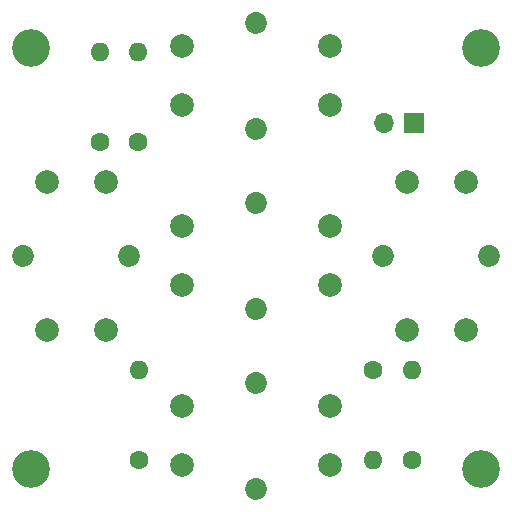
<source format=gbr>
G04 #@! TF.GenerationSoftware,KiCad,Pcbnew,(5.1.10-1-10_14)*
G04 #@! TF.CreationDate,2021-05-22T11:57:34+02:00*
G04 #@! TF.ProjectId,TecladoEB,5465636c-6164-46f4-9542-2e6b69636164,v1.3*
G04 #@! TF.SameCoordinates,PX5f5e100PY8b85c60*
G04 #@! TF.FileFunction,Soldermask,Top*
G04 #@! TF.FilePolarity,Negative*
%FSLAX46Y46*%
G04 Gerber Fmt 4.6, Leading zero omitted, Abs format (unit mm)*
G04 Created by KiCad (PCBNEW (5.1.10-1-10_14)) date 2021-05-22 11:57:34*
%MOMM*%
%LPD*%
G01*
G04 APERTURE LIST*
%ADD10C,1.600000*%
%ADD11O,1.600000X1.600000*%
%ADD12C,1.850200*%
%ADD13C,2.000000*%
%ADD14C,3.199800*%
%ADD15O,1.700000X1.700000*%
%ADD16R,1.700000X1.700000*%
G04 APERTURE END LIST*
D10*
X34036000Y13462000D03*
D11*
X34036000Y5842000D03*
D10*
X37338000Y5842000D03*
D11*
X37338000Y13462000D03*
D10*
X14224000Y5842000D03*
D11*
X14224000Y13462000D03*
D10*
X10922000Y32766000D03*
D11*
X10922000Y40386000D03*
D10*
X14097000Y32766000D03*
D11*
X14097000Y40386000D03*
D12*
X24130000Y27650000D03*
X24130000Y18650000D03*
D13*
X30380000Y20650000D03*
X17880000Y20650000D03*
X30380000Y25650000D03*
X17880000Y25650000D03*
D12*
X43870000Y23150000D03*
X34870000Y23150000D03*
D13*
X36870000Y16900000D03*
X36870000Y29400000D03*
X41870000Y16900000D03*
X41870000Y29400000D03*
D12*
X24130000Y3410000D03*
X24130000Y12410000D03*
D13*
X17880000Y10410000D03*
X30380000Y10410000D03*
X17880000Y5410000D03*
X30380000Y5410000D03*
D12*
X24130000Y42890000D03*
X24130000Y33890000D03*
D13*
X30380000Y35890000D03*
X17880000Y35890000D03*
X30380000Y40890000D03*
X17880000Y40890000D03*
D12*
X4390000Y23150000D03*
X13390000Y23150000D03*
D13*
X11390000Y29400000D03*
X11390000Y16900000D03*
X6390000Y29400000D03*
X6390000Y16900000D03*
D14*
X5080000Y5080000D03*
X43180000Y40700000D03*
X43180000Y5080000D03*
X5080000Y40700000D03*
D15*
X34925000Y34391600D03*
D16*
X37465000Y34391600D03*
M02*

</source>
